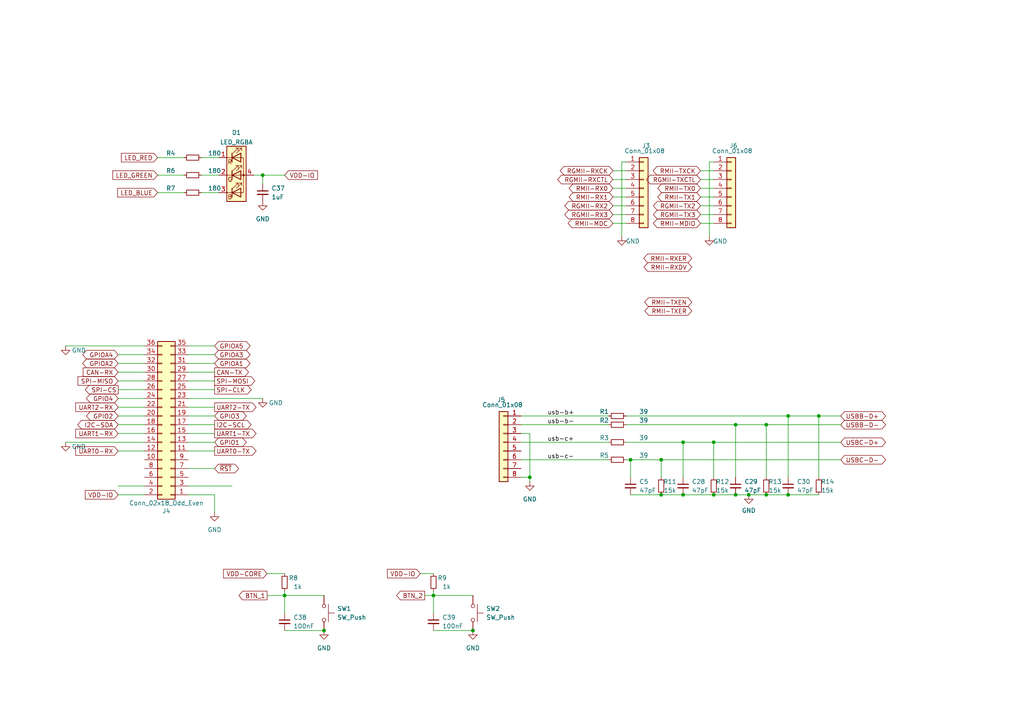
<source format=kicad_sch>
(kicad_sch (version 20211123) (generator eeschema)
  (paper "A4")
  (title_block (title "SAM9G10 SBC") (rev "0.1") (company "vd-rd"))
  (lib_symbols
    (symbol "Connector_Generic:Conn_01x08" (pin_names (offset 1.016) hide)
      (property "Reference" "J" (at 0 10.16 0))
      (property "Value" "Conn_01x08" (at 0 -12.7 0))
      (symbol "Conn_01x08_1_1"
        (rectangle (start -1.27 -10.033) (end 0 -10.287) (stroke (width 0.1524)))
        (rectangle (start -1.27 -7.493) (end 0 -7.747) (stroke (width 0.1524)))
        (rectangle (start -1.27 -4.953) (end 0 -5.207) (stroke (width 0.1524)))
        (rectangle (start -1.27 -2.413) (end 0 -2.667) (stroke (width 0.1524)))
        (rectangle (start -1.27 0.127) (end 0 -0.127) (stroke (width 0.1524)))
        (rectangle (start -1.27 2.667) (end 0 2.413) (stroke (width 0.1524)))
        (rectangle (start -1.27 5.207) (end 0 4.953) (stroke (width 0.1524)))
        (rectangle (start -1.27 7.747) (end 0 7.493) (stroke (width 0.1524)))
        (rectangle (start -1.27 8.89) (end 1.27 -11.43) (stroke (width 0.254)) (fill (type background)))
        (pin passive line (at -5.08 7.62 0) (length 3.81) (name "Pin_1") (number "1"))
        (pin passive line (at -5.08 5.08 0) (length 3.81) (name "Pin_2") (number "2"))
        (pin passive line (at -5.08 2.54 0) (length 3.81) (name "Pin_3") (number "3"))
        (pin passive line (at -5.08 0 0) (length 3.81) (name "Pin_4") (number "4"))
        (pin passive line (at -5.08 -2.54 0) (length 3.81) (name "Pin_5") (number "5"))
        (pin passive line (at -5.08 -5.08 0) (length 3.81) (name "Pin_6") (number "6"))
        (pin passive line (at -5.08 -7.62 0) (length 3.81) (name "Pin_7") (number "7"))
        (pin passive line (at -5.08 -10.16 0) (length 3.81) (name "Pin_8") (number "8"))
      )
    )
    (symbol "Connector_Generic:Conn_02x18_Odd_Even" (pin_names (offset 1.016) hide)
      (property "Reference" "J" (at 1.27 22.86 0))
      (property "Value" "Conn_02x18_Odd_Even" (at 1.27 -25.4 0))
      (symbol "Conn_02x18_Odd_Even_1_1"
        (rectangle (start -1.27 -22.733) (end 0 -22.987) (stroke (width 0.1524)))
        (rectangle (start -1.27 -20.193) (end 0 -20.447) (stroke (width 0.1524)))
        (rectangle (start -1.27 -17.653) (end 0 -17.907) (stroke (width 0.1524)))
        (rectangle (start -1.27 -15.113) (end 0 -15.367) (stroke (width 0.1524)))
        (rectangle (start -1.27 -12.573) (end 0 -12.827) (stroke (width 0.1524)))
        (rectangle (start -1.27 -10.033) (end 0 -10.287) (stroke (width 0.1524)))
        (rectangle (start -1.27 -7.493) (end 0 -7.747) (stroke (width 0.1524)))
        (rectangle (start -1.27 -4.953) (end 0 -5.207) (stroke (width 0.1524)))
        (rectangle (start -1.27 -2.413) (end 0 -2.667) (stroke (width 0.1524)))
        (rectangle (start -1.27 0.127) (end 0 -0.127) (stroke (width 0.1524)))
        (rectangle (start -1.27 2.667) (end 0 2.413) (stroke (width 0.1524)))
        (rectangle (start -1.27 5.207) (end 0 4.953) (stroke (width 0.1524)))
        (rectangle (start -1.27 7.747) (end 0 7.493) (stroke (width 0.1524)))
        (rectangle (start -1.27 10.287) (end 0 10.033) (stroke (width 0.1524)))
        (rectangle (start -1.27 12.827) (end 0 12.573) (stroke (width 0.1524)))
        (rectangle (start -1.27 15.367) (end 0 15.113) (stroke (width 0.1524)))
        (rectangle (start -1.27 17.907) (end 0 17.653) (stroke (width 0.1524)))
        (rectangle (start -1.27 20.447) (end 0 20.193) (stroke (width 0.1524)))
        (rectangle (start -1.27 21.59) (end 3.81 -24.13) (stroke (width 0.254)) (fill (type background)))
        (rectangle (start 3.81 -22.733) (end 2.54 -22.987) (stroke (width 0.1524)))
        (rectangle (start 3.81 -20.193) (end 2.54 -20.447) (stroke (width 0.1524)))
        (rectangle (start 3.81 -17.653) (end 2.54 -17.907) (stroke (width 0.1524)))
        (rectangle (start 3.81 -15.113) (end 2.54 -15.367) (stroke (width 0.1524)))
        (rectangle (start 3.81 -12.573) (end 2.54 -12.827) (stroke (width 0.1524)))
        (rectangle (start 3.81 -10.033) (end 2.54 -10.287) (stroke (width 0.1524)))
        (rectangle (start 3.81 -7.493) (end 2.54 -7.747) (stroke (width 0.1524)))
        (rectangle (start 3.81 -4.953) (end 2.54 -5.207) (stroke (width 0.1524)))
        (rectangle (start 3.81 -2.413) (end 2.54 -2.667) (stroke (width 0.1524)))
        (rectangle (start 3.81 0.127) (end 2.54 -0.127) (stroke (width 0.1524)))
        (rectangle (start 3.81 2.667) (end 2.54 2.413) (stroke (width 0.1524)))
        (rectangle (start 3.81 5.207) (end 2.54 4.953) (stroke (width 0.1524)))
        (rectangle (start 3.81 7.747) (end 2.54 7.493) (stroke (width 0.1524)))
        (rectangle (start 3.81 10.287) (end 2.54 10.033) (stroke (width 0.1524)))
        (rectangle (start 3.81 12.827) (end 2.54 12.573) (stroke (width 0.1524)))
        (rectangle (start 3.81 15.367) (end 2.54 15.113) (stroke (width 0.1524)))
        (rectangle (start 3.81 17.907) (end 2.54 17.653) (stroke (width 0.1524)))
        (rectangle (start 3.81 20.447) (end 2.54 20.193) (stroke (width 0.1524)))
        (pin passive line (at -5.08 20.32 0) (length 3.81) (name "Pin_1") (number "1"))
        (pin passive line (at 7.62 10.16 180) (length 3.81) (name "Pin_10") (number "10"))
        (pin passive line (at -5.08 7.62 0) (length 3.81) (name "Pin_11") (number "11"))
        (pin passive line (at 7.62 7.62 180) (length 3.81) (name "Pin_12") (number "12"))
        (pin passive line (at -5.08 5.08 0) (length 3.81) (name "Pin_13") (number "13"))
        (pin passive line (at 7.62 5.08 180) (length 3.81) (name "Pin_14") (number "14"))
        (pin passive line (at -5.08 2.54 0) (length 3.81) (name "Pin_15") (number "15"))
        (pin passive line (at 7.62 2.54 180) (length 3.81) (name "Pin_16") (number "16"))
        (pin passive line (at -5.08 0 0) (length 3.81) (name "Pin_17") (number "17"))
        (pin passive line (at 7.62 0 180) (length 3.81) (name "Pin_18") (number "18"))
        (pin passive line (at -5.08 -2.54 0) (length 3.81) (name "Pin_19") (number "19"))
        (pin passive line (at 7.62 20.32 180) (length 3.81) (name "Pin_2") (number "2"))
        (pin passive line (at 7.62 -2.54 180) (length 3.81) (name "Pin_20") (number "20"))
        (pin passive line (at -5.08 -5.08 0) (length 3.81) (name "Pin_21") (number "21"))
        (pin passive line (at 7.62 -5.08 180) (length 3.81) (name "Pin_22") (number "22"))
        (pin passive line (at -5.08 -7.62 0) (length 3.81) (name "Pin_23") (number "23"))
        (pin passive line (at 7.62 -7.62 180) (length 3.81) (name "Pin_24") (number "24"))
        (pin passive line (at -5.08 -10.16 0) (length 3.81) (name "Pin_25") (number "25"))
        (pin passive line (at 7.62 -10.16 180) (length 3.81) (name "Pin_26") (number "26"))
        (pin passive line (at -5.08 -12.7 0) (length 3.81) (name "Pin_27") (number "27"))
        (pin passive line (at 7.62 -12.7 180) (length 3.81) (name "Pin_28") (number "28"))
        (pin passive line (at -5.08 -15.24 0) (length 3.81) (name "Pin_29") (number "29"))
        (pin passive line (at -5.08 17.78 0) (length 3.81) (name "Pin_3") (number "3"))
        (pin passive line (at 7.62 -15.24 180) (length 3.81) (name "Pin_30") (number "30"))
        (pin passive line (at -5.08 -17.78 0) (length 3.81) (name "Pin_31") (number "31"))
        (pin passive line (at 7.62 -17.78 180) (length 3.81) (name "Pin_32") (number "32"))
        (pin passive line (at -5.08 -20.32 0) (length 3.81) (name "Pin_33") (number "33"))
        (pin passive line (at 7.62 -20.32 180) (length 3.81) (name "Pin_34") (number "34"))
        (pin passive line (at -5.08 -22.86 0) (length 3.81) (name "Pin_35") (number "35"))
        (pin passive line (at 7.62 -22.86 180) (length 3.81) (name "Pin_36") (number "36"))
        (pin passive line (at 7.62 17.78 180) (length 3.81) (name "Pin_4") (number "4"))
        (pin passive line (at -5.08 15.24 0) (length 3.81) (name "Pin_5") (number "5"))
        (pin passive line (at 7.62 15.24 180) (length 3.81) (name "Pin_6") (number "6"))
        (pin passive line (at -5.08 12.7 0) (length 3.81) (name "Pin_7") (number "7"))
        (pin passive line (at 7.62 12.7 180) (length 3.81) (name "Pin_8") (number "8"))
        (pin passive line (at -5.08 10.16 0) (length 3.81) (name "Pin_9") (number "9"))
      )
    )
    (symbol "Device:C_Small" (pin_numbers hide) (pin_names (offset 0.254) hide)
      (property "Reference" "C" (at 0.254 1.778 0))
      (property "Value" "C_Small" (at 0.254 -2.032 0))
      (symbol "C_Small_0_1"
        (polyline (pts (xy -1.524 -0.508) (xy 1.524 -0.508)) (stroke (width 0.3302)))
        (polyline (pts (xy -1.524 0.508) (xy 1.524 0.508)) (stroke (width 0.3048)))
      )
      (symbol "C_Small_1_1"
        (pin passive line (at 0 2.54 270) (length 2.032) (name "~") (number "1"))
        (pin passive line (at 0 -2.54 90) (length 2.032) (name "~") (number "2"))
      )
    )
    (symbol "Device:LED_RGBA" (pin_names (offset 0) hide)
      (property "Reference" "D" (at 0 9.398 0))
      (property "Value" "LED_RGBA" (at 0 -8.89 0))
      (symbol "LED_RGBA_0_0"
        (text "B" (at -1.905 -6.35 0) (effects (font (size 1.27 1.27))))
        (text "G" (at -1.905 -1.27 0) (effects (font (size 1.27 1.27))))
        (text "R" (at -1.905 3.81 0) (effects (font (size 1.27 1.27))))
      )
      (symbol "LED_RGBA_0_1"
        (polyline (pts (xy -1.27 -5.08) (xy -2.54 -5.08)))
        (polyline (pts (xy -1.27 -5.08) (xy 1.27 -5.08)))
        (polyline (pts (xy -1.27 -3.81) (xy -1.27 -6.35)) (stroke (width 0.254)))
        (polyline (pts (xy -1.27 0) (xy -2.54 0)))
        (polyline (pts (xy -1.27 1.27) (xy -1.27 -1.27)) (stroke (width 0.254)))
        (polyline (pts (xy -1.27 5.08) (xy -2.54 5.08)))
        (polyline (pts (xy -1.27 5.08) (xy 1.27 5.08)))
        (polyline (pts (xy -1.27 6.35) (xy -1.27 3.81)) (stroke (width 0.254)))
        (polyline (pts (xy 1.27 0) (xy -1.27 0)))
        (polyline (pts (xy 1.27 0) (xy 2.54 0)))
        (polyline (pts (xy -1.27 1.27) (xy -1.27 -1.27) (xy -1.27 -1.27)))
        (polyline (pts (xy -1.27 6.35) (xy -1.27 3.81) (xy -1.27 3.81)))
        (polyline (pts (xy 1.27 -5.08) (xy 2.032 -5.08) (xy 2.032 5.08) (xy 1.27 5.08)))
        (polyline (pts (xy 1.27 -3.81) (xy 1.27 -6.35) (xy -1.27 -5.08) (xy 1.27 -3.81)) (stroke (width 0.254)))
        (polyline (pts (xy 1.27 1.27) (xy 1.27 -1.27) (xy -1.27 0) (xy 1.27 1.27)) (stroke (width 0.254)))
        (polyline (pts (xy 1.27 6.35) (xy 1.27 3.81) (xy -1.27 5.08) (xy 1.27 6.35)) (stroke (width 0.254)))
        (polyline (pts (xy -1.016 -3.81) (xy 0.508 -2.286) (xy -0.254 -2.286) (xy 0.508 -2.286) (xy 0.508 -3.048)))
        (polyline (pts (xy -1.016 1.27) (xy 0.508 2.794) (xy -0.254 2.794) (xy 0.508 2.794) (xy 0.508 2.032)))
        (polyline (pts (xy -1.016 6.35) (xy 0.508 7.874) (xy -0.254 7.874) (xy 0.508 7.874) (xy 0.508 7.112)))
        (polyline (pts (xy 0 -3.81) (xy 1.524 -2.286) (xy 0.762 -2.286) (xy 1.524 -2.286) (xy 1.524 -3.048)))
        (polyline (pts (xy 0 1.27) (xy 1.524 2.794) (xy 0.762 2.794) (xy 1.524 2.794) (xy 1.524 2.032)))
        (polyline (pts (xy 0 6.35) (xy 1.524 7.874) (xy 0.762 7.874) (xy 1.524 7.874) (xy 1.524 7.112)))
        (rectangle (start 1.27 -1.27) (end 1.27 1.27))
        (rectangle (start 1.27 1.27) (end 1.27 1.27))
        (rectangle (start 1.27 3.81) (end 1.27 6.35))
        (rectangle (start 1.27 6.35) (end 1.27 6.35))
        (circle (center 2.032 0) (radius 0.254) (fill (type outline)))
        (rectangle (start 2.794 8.382) (end -2.794 -7.62) (stroke (width 0.254)) (fill (type background)))
      )
      (symbol "LED_RGBA_1_1"
        (pin passive line (at -5.08 5.08 0) (length 2.54) (name "RK") (number "1"))
        (pin passive line (at -5.08 0 0) (length 2.54) (name "GK") (number "2"))
        (pin passive line (at -5.08 -5.08 0) (length 2.54) (name "BK") (number "3"))
        (pin passive line (at 5.08 0 180) (length 2.54) (name "A") (number "4"))
      )
    )
    (symbol "Device:R_Small" (pin_numbers hide) (pin_names (offset 0.254) hide)
      (property "Reference" "R" (at 0.762 0.508 0))
      (property "Value" "R_Small" (at 0.762 -1.016 0))
      (symbol "R_Small_0_1"
        (rectangle (start -0.762 1.778) (end 0.762 -1.778) (stroke (width 0.2032)))
      )
      (symbol "R_Small_1_1"
        (pin passive line (at 0 2.54 270) (length 0.762) (name "~") (number "1"))
        (pin passive line (at 0 -2.54 90) (length 0.762) (name "~") (number "2"))
      )
    )
    (symbol "Switch:SW_Push" (pin_numbers hide) (pin_names (offset 1.016) hide)
      (property "Reference" "SW" (at 1.27 2.54 0))
      (property "Value" "SW_Push" (at 0 -1.524 0))
      (symbol "SW_Push_0_1"
        (circle (center -2.032 0) (radius 0.508))
        (polyline (pts (xy 0 1.27) (xy 0 3.048)))
        (polyline (pts (xy 2.54 1.27) (xy -2.54 1.27)))
        (circle (center 2.032 0) (radius 0.508))
        (pin passive line (at -5.08 0 0) (length 2.54) (name "1") (number "1"))
        (pin passive line (at 5.08 0 180) (length 2.54) (name "2") (number "2"))
      )
    )
    (symbol "power:GND" (power) (pin_names (offset 0))
      (property "Value" "GND" (at 0 -3.81 0))
      (symbol "GND_0_1"
        (polyline (pts (xy 0 0) (xy 0 -1.27) (xy 1.27 -1.27) (xy 0 -2.54) (xy -1.27 -1.27) (xy 0 -1.27)))
      )
      (symbol "GND_1_1"
        (pin power_in line (at 0 0 270) (length 0) hide (name "GND") (number "1"))
      )
    )
  )
  (junction (at 207.01 128.27))
  (junction (at 228.6 143.51))
  (junction (at 182.88 133.35))
  (junction (at 213.36 123.19))
  (junction (at 222.25 123.19))
  (junction (at 198.12 128.27))
  (junction (at 125.73 172.72))
  (junction (at 213.36 143.51))
  (junction (at 228.6 120.65))
  (junction (at 222.25 143.51))
  (junction (at 76.2 50.8))
  (junction (at 82.55 172.72))
  (junction (at 137.16 182.88))
  (junction (at 207.01 143.51))
  (junction (at 237.49 120.65))
  (junction (at 217.17 143.51))
  (junction (at 191.77 143.51))
  (junction (at 153.67 138.43))
  (junction (at 198.12 143.51))
  (junction (at 93.98 182.88))
  (junction (at 191.77 133.35))
  (wire (pts (xy 198.12 128.27) (xy 207.01 128.27)))
  (wire (pts (xy 45.72 55.88) (xy 53.34 55.88)))
  (wire (pts (xy 182.88 133.35) (xy 182.88 138.43)))
  (wire (pts (xy 34.29 123.19) (xy 41.91 123.19)))
  (wire (pts (xy 34.29 115.57) (xy 41.91 115.57)))
  (wire (pts (xy 177.8 62.23) (xy 181.61 62.23)))
  (wire (pts (xy 198.12 143.51) (xy 207.01 143.51)))
  (wire (pts (xy 54.61 135.89) (xy 62.23 135.89)))
  (wire (pts (xy 19.05 128.27) (xy 41.91 128.27)))
  (wire (pts (xy 54.61 113.03) (xy 62.23 113.03)))
  (wire (pts (xy 213.36 123.19) (xy 222.25 123.19)))
  (wire (pts (xy 121.92 166.37) (xy 125.73 166.37)))
  (wire (pts (xy 191.77 133.35) (xy 243.84 133.35)))
  (wire (pts (xy 213.36 123.19) (xy 213.36 138.43)))
  (wire (pts (xy 205.74 46.99) (xy 205.74 68.58)))
  (wire (pts (xy 222.25 123.19) (xy 222.25 138.43)))
  (wire (pts (xy 54.61 105.41) (xy 62.23 105.41)))
  (wire (pts (xy 34.29 107.95) (xy 41.91 107.95)))
  (wire (pts (xy 207.01 143.51) (xy 213.36 143.51)))
  (wire (pts (xy 58.42 45.72) (xy 63.5 45.72)))
  (wire (pts (xy 54.61 140.97) (xy 67.31 140.97)))
  (wire (pts (xy 76.2 50.8) (xy 76.2 53.34)))
  (wire (pts (xy 203.2 62.23) (xy 207.01 62.23)))
  (wire (pts (xy 19.05 100.33) (xy 41.91 100.33)))
  (wire (pts (xy 181.61 128.27) (xy 198.12 128.27)))
  (wire (pts (xy 77.47 166.37) (xy 82.55 166.37)))
  (wire (pts (xy 54.61 120.65) (xy 62.23 120.65)))
  (wire (pts (xy 213.36 143.51) (xy 217.17 143.51)))
  (wire (pts (xy 228.6 120.65) (xy 237.49 120.65)))
  (wire (pts (xy 151.13 138.43) (xy 153.67 138.43)))
  (wire (pts (xy 82.55 171.45) (xy 82.55 172.72)))
  (wire (pts (xy 54.61 100.33) (xy 62.23 100.33)))
  (wire (pts (xy 54.61 125.73) (xy 62.23 125.73)))
  (wire (pts (xy 45.72 45.72) (xy 53.34 45.72)))
  (wire (pts (xy 180.34 46.99) (xy 180.34 68.58)))
  (wire (pts (xy 151.13 120.65) (xy 176.53 120.65)))
  (wire (pts (xy 34.29 102.87) (xy 41.91 102.87)))
  (wire (pts (xy 76.2 50.8) (xy 82.55 50.8)))
  (wire (pts (xy 73.66 50.8) (xy 76.2 50.8)))
  (wire (pts (xy 77.47 172.72) (xy 82.55 172.72)))
  (wire (pts (xy 82.55 172.72) (xy 93.98 172.72)))
  (wire (pts (xy 222.25 123.19) (xy 243.84 123.19)))
  (wire (pts (xy 177.8 54.61) (xy 181.61 54.61)))
  (wire (pts (xy 222.25 143.51) (xy 228.6 143.51)))
  (wire (pts (xy 203.2 64.77) (xy 207.01 64.77)))
  (wire (pts (xy 182.88 143.51) (xy 191.77 143.51)))
  (wire (pts (xy 177.8 59.69) (xy 181.61 59.69)))
  (wire (pts (xy 177.8 64.77) (xy 181.61 64.77)))
  (wire (pts (xy 34.29 110.49) (xy 41.91 110.49)))
  (wire (pts (xy 34.29 140.97) (xy 41.91 140.97)))
  (wire (pts (xy 125.73 171.45) (xy 125.73 172.72)))
  (wire (pts (xy 34.29 113.03) (xy 41.91 113.03)))
  (wire (pts (xy 207.01 128.27) (xy 207.01 138.43)))
  (wire (pts (xy 151.13 125.73) (xy 153.67 125.73)))
  (wire (pts (xy 228.6 120.65) (xy 228.6 138.43)))
  (wire (pts (xy 123.19 172.72) (xy 125.73 172.72)))
  (wire (pts (xy 125.73 172.72) (xy 137.16 172.72)))
  (wire (pts (xy 45.72 50.8) (xy 53.34 50.8)))
  (wire (pts (xy 177.8 52.07) (xy 181.61 52.07)))
  (wire (pts (xy 151.13 133.35) (xy 176.53 133.35)))
  (wire (pts (xy 181.61 123.19) (xy 213.36 123.19)))
  (wire (pts (xy 207.01 46.99) (xy 205.74 46.99)))
  (wire (pts (xy 82.55 172.72) (xy 82.55 177.8)))
  (wire (pts (xy 82.55 182.88) (xy 93.98 182.88)))
  (wire (pts (xy 34.29 125.73) (xy 41.91 125.73)))
  (wire (pts (xy 34.29 120.65) (xy 41.91 120.65)))
  (wire (pts (xy 198.12 128.27) (xy 198.12 138.43)))
  (wire (pts (xy 54.61 143.51) (xy 62.23 143.51)))
  (wire (pts (xy 62.23 143.51) (xy 62.23 148.59)))
  (wire (pts (xy 54.61 115.57) (xy 76.2 115.57)))
  (wire (pts (xy 54.61 118.11) (xy 62.23 118.11)))
  (wire (pts (xy 58.42 55.88) (xy 63.5 55.88)))
  (wire (pts (xy 181.61 120.65) (xy 228.6 120.65)))
  (wire (pts (xy 203.2 52.07) (xy 207.01 52.07)))
  (wire (pts (xy 34.29 118.11) (xy 41.91 118.11)))
  (wire (pts (xy 237.49 120.65) (xy 237.49 138.43)))
  (wire (pts (xy 151.13 123.19) (xy 176.53 123.19)))
  (wire (pts (xy 34.29 143.51) (xy 41.91 143.51)))
  (wire (pts (xy 125.73 172.72) (xy 125.73 177.8)))
  (wire (pts (xy 177.8 57.15) (xy 181.61 57.15)))
  (wire (pts (xy 217.17 143.51) (xy 222.25 143.51)))
  (wire (pts (xy 54.61 128.27) (xy 62.23 128.27)))
  (wire (pts (xy 191.77 143.51) (xy 198.12 143.51)))
  (wire (pts (xy 207.01 128.27) (xy 243.84 128.27)))
  (wire (pts (xy 177.8 49.53) (xy 181.61 49.53)))
  (wire (pts (xy 34.29 105.41) (xy 41.91 105.41)))
  (wire (pts (xy 203.2 49.53) (xy 207.01 49.53)))
  (wire (pts (xy 153.67 125.73) (xy 153.67 138.43)))
  (wire (pts (xy 153.67 138.43) (xy 153.67 139.7)))
  (wire (pts (xy 54.61 130.81) (xy 62.23 130.81)))
  (wire (pts (xy 203.2 54.61) (xy 207.01 54.61)))
  (wire (pts (xy 58.42 50.8) (xy 63.5 50.8)))
  (wire (pts (xy 54.61 123.19) (xy 62.23 123.19)))
  (wire (pts (xy 182.88 133.35) (xy 191.77 133.35)))
  (wire (pts (xy 228.6 143.51) (xy 237.49 143.51)))
  (wire (pts (xy 34.29 130.81) (xy 41.91 130.81)))
  (wire (pts (xy 181.61 46.99) (xy 180.34 46.99)))
  (wire (pts (xy 125.73 182.88) (xy 137.16 182.88)))
  (wire (pts (xy 191.77 133.35) (xy 191.77 138.43)))
  (wire (pts (xy 203.2 57.15) (xy 207.01 57.15)))
  (wire (pts (xy 54.61 110.49) (xy 62.23 110.49)))
  (wire (pts (xy 181.61 133.35) (xy 182.88 133.35)))
  (wire (pts (xy 54.61 107.95) (xy 62.23 107.95)))
  (wire (pts (xy 237.49 120.65) (xy 243.84 120.65)))
  (wire (pts (xy 54.61 102.87) (xy 62.23 102.87)))
  (wire (pts (xy 203.2 59.69) (xy 207.01 59.69)))
  (wire (pts (xy 151.13 128.27) (xy 176.53 128.27)))
  (label "usb-b+" (at 158.75 120.65 0))
  (label "usb-c+" (at 158.75 128.27 0))
  (label "usb-c-" (at 158.75 133.35 0))
  (label "usb-b-" (at 158.75 123.19 0))
  (global_label "RGMII-RX3" (shape bidirectional) (at 177.8 62.23 180) (property "Intersheet References" "${INTERSHEET_REFS}" (effects hide)))
  (global_label "GPIOA1" (shape bidirectional) (at 62.23 105.41 0) (property "Intersheet References" "${INTERSHEET_REFS}" (effects hide)))
  (global_label "RGMII-RXCTL" (shape bidirectional) (at 177.8 52.07 180) (property "Intersheet References" "${INTERSHEET_REFS}" (effects hide)))
  (global_label "RMII-TXER" (shape bidirectional) (at 200.66 90.17 180) (property "Intersheet References" "${INTERSHEET_REFS}" (effects hide)))
  (global_label "RMII-TX0" (shape bidirectional) (at 203.2 54.61 180) (property "Intersheet References" "${INTERSHEET_REFS}" (effects hide)))
  (global_label "VDD-CORE" (shape input) (at 77.47 166.37 180) (property "Intersheet References" "${INTERSHEET_REFS}" (effects hide)))
  (global_label "CAN-RX" (shape input) (at 34.29 107.95 180) (property "Intersheet References" "${INTERSHEET_REFS}" (effects hide)))
  (global_label "USBC-D+" (shape bidirectional) (at 243.84 128.27 0) (property "Intersheet References" "${INTERSHEET_REFS}" (effects hide)))
  (global_label "UART2-TX" (shape output) (at 62.23 118.11 0) (property "Intersheet References" "${INTERSHEET_REFS}" (effects hide)))
  (global_label "GPIO1" (shape bidirectional) (at 62.23 128.27 0) (property "Intersheet References" "${INTERSHEET_REFS}" (effects hide)))
  (global_label "GPIO4" (shape bidirectional) (at 34.29 115.57 180) (property "Intersheet References" "${INTERSHEET_REFS}" (effects hide)))
  (global_label "RGMII-TX2" (shape bidirectional) (at 203.2 59.69 180) (property "Intersheet References" "${INTERSHEET_REFS}" (effects hide)))
  (global_label "GPIOA3" (shape bidirectional) (at 62.23 102.87 0) (property "Intersheet References" "${INTERSHEET_REFS}" (effects hide)))
  (global_label "UART0-RX" (shape input) (at 34.29 130.81 180) (property "Intersheet References" "${INTERSHEET_REFS}" (effects hide)))
  (global_label "RGMII-RXCK" (shape bidirectional) (at 177.8 49.53 180) (property "Intersheet References" "${INTERSHEET_REFS}" (effects hide)))
  (global_label "RMII-TX1" (shape bidirectional) (at 203.2 57.15 180) (property "Intersheet References" "${INTERSHEET_REFS}" (effects hide)))
  (global_label "BTN_2" (shape output) (at 123.19 172.72 180) (property "Intersheet References" "${INTERSHEET_REFS}" (effects hide)))
  (global_label "VDD-IO" (shape input) (at 34.29 143.51 180) (property "Intersheet References" "${INTERSHEET_REFS}" (effects hide)))
  (global_label "RGMII-TX3" (shape bidirectional) (at 203.2 62.23 180) (property "Intersheet References" "${INTERSHEET_REFS}" (effects hide)))
  (global_label "RGMII-RX2" (shape bidirectional) (at 177.8 59.69 180) (property "Intersheet References" "${INTERSHEET_REFS}" (effects hide)))
  (global_label "CAN-TX" (shape output) (at 62.23 107.95 0) (property "Intersheet References" "${INTERSHEET_REFS}" (effects hide)))
  (global_label "SPI-CS" (shape output) (at 34.29 113.03 180) (property "Intersheet References" "${INTERSHEET_REFS}" (effects hide)))
  (global_label "RMII-RXDV" (shape bidirectional) (at 200.66 77.47 180) (property "Intersheet References" "${INTERSHEET_REFS}" (effects hide)))
  (global_label "LED_GREEN" (shape input) (at 45.72 50.8 180) (property "Intersheet References" "${INTERSHEET_REFS}" (effects hide)))
  (global_label "VDD-IO" (shape input) (at 121.92 166.37 180) (property "Intersheet References" "${INTERSHEET_REFS}" (effects hide)))
  (global_label "RGMII-TXCTL" (shape bidirectional) (at 203.2 52.07 180) (property "Intersheet References" "${INTERSHEET_REFS}" (effects hide)))
  (global_label "RMII-MDIO" (shape bidirectional) (at 203.2 64.77 180) (property "Intersheet References" "${INTERSHEET_REFS}" (effects hide)))
  (global_label "LED_RED" (shape input) (at 45.72 45.72 180) (property "Intersheet References" "${INTERSHEET_REFS}" (effects hide)))
  (global_label "RMII-TXCK" (shape bidirectional) (at 203.2 49.53 180) (property "Intersheet References" "${INTERSHEET_REFS}" (effects hide)))
  (global_label "SPI-CLK" (shape output) (at 62.23 113.03 0) (property "Intersheet References" "${INTERSHEET_REFS}" (effects hide)))
  (global_label "~{RST}" (shape bidirectional) (at 62.23 135.89 0) (property "Intersheet References" "${INTERSHEET_REFS}" (effects hide)))
  (global_label "BTN_1" (shape output) (at 77.47 172.72 180) (property "Intersheet References" "${INTERSHEET_REFS}" (effects hide)))
  (global_label "UART2-RX" (shape input) (at 34.29 118.11 180) (property "Intersheet References" "${INTERSHEET_REFS}" (effects hide)))
  (global_label "I2C-SCL" (shape output) (at 62.23 123.19 0) (property "Intersheet References" "${INTERSHEET_REFS}" (effects hide)))
  (global_label "GPIOA2" (shape bidirectional) (at 34.29 105.41 180) (property "Intersheet References" "${INTERSHEET_REFS}" (effects hide)))
  (global_label "GPIOA5" (shape bidirectional) (at 62.23 100.33 0) (property "Intersheet References" "${INTERSHEET_REFS}" (effects hide)))
  (global_label "USBC-D-" (shape bidirectional) (at 243.84 133.35 0) (property "Intersheet References" "${INTERSHEET_REFS}" (effects hide)))
  (global_label "VDD-IO" (shape input) (at 82.55 50.8 0) (property "Intersheet References" "${INTERSHEET_REFS}" (effects hide)))
  (global_label "UART1-RX" (shape input) (at 34.29 125.73 180) (property "Intersheet References" "${INTERSHEET_REFS}" (effects hide)))
  (global_label "GPIO3" (shape bidirectional) (at 62.23 120.65 0) (property "Intersheet References" "${INTERSHEET_REFS}" (effects hide)))
  (global_label "RMII-RX0" (shape bidirectional) (at 177.8 54.61 180) (property "Intersheet References" "${INTERSHEET_REFS}" (effects hide)))
  (global_label "SPI-MOSI" (shape output) (at 62.23 110.49 0) (property "Intersheet References" "${INTERSHEET_REFS}" (effects hide)))
  (global_label "RMII-RXER" (shape bidirectional) (at 200.66 74.93 180) (property "Intersheet References" "${INTERSHEET_REFS}" (effects hide)))
  (global_label "LED_BLUE" (shape input) (at 45.72 55.88 180) (property "Intersheet References" "${INTERSHEET_REFS}" (effects hide)))
  (global_label "SPI-MISO" (shape input) (at 34.29 110.49 180) (property "Intersheet References" "${INTERSHEET_REFS}" (effects hide)))
  (global_label "RMII-MDC" (shape bidirectional) (at 177.8 64.77 180) (property "Intersheet References" "${INTERSHEET_REFS}" (effects hide)))
  (global_label "UART0-TX" (shape output) (at 62.23 130.81 0) (property "Intersheet References" "${INTERSHEET_REFS}" (effects hide)))
  (global_label "RMII-TXEN" (shape bidirectional) (at 200.66 87.63 180) (property "Intersheet References" "${INTERSHEET_REFS}" (effects hide)))
  (global_label "USBB-D+" (shape bidirectional) (at 243.84 120.65 0) (property "Intersheet References" "${INTERSHEET_REFS}" (effects hide)))
  (global_label "USBB-D-" (shape bidirectional) (at 243.84 123.19 0) (property "Intersheet References" "${INTERSHEET_REFS}" (effects hide)))
  (global_label "UART1-TX" (shape output) (at 62.23 125.73 0) (property "Intersheet References" "${INTERSHEET_REFS}" (effects hide)))
  (global_label "GPIOA4" (shape bidirectional) (at 34.29 102.87 180) (property "Intersheet References" "${INTERSHEET_REFS}" (effects hide)))
  (global_label "I2C-SDA" (shape bidirectional) (at 34.29 123.19 180) (property "Intersheet References" "${INTERSHEET_REFS}" (effects hide)))
  (global_label "RMII-RX1" (shape bidirectional) (at 177.8 57.15 180) (property "Intersheet References" "${INTERSHEET_REFS}" (effects hide)))
  (global_label "GPIO2" (shape bidirectional) (at 34.29 120.65 180) (property "Intersheet References" "${INTERSHEET_REFS}" (effects hide)))
  (symbol (lib_id "Device:R_Small") (at 125.73 168.91 180) (unit 1)
    (property "Reference" "R9" (at 128.27 167.64 0))
    (property "Value" "1k" (at 129.54 170.18 0))
    (property "Footprint" "Resistor_SMD:R_0402_1005Metric" (effects hide))
  )
  (symbol (lib_id "power:GND") (at 19.05 128.27 0) (unit 1)
    (property "Reference" "#PWR0121" (effects hide))
    (property "Value" "GND" (at 22.86 129.54 0))
  )
  (symbol (lib_id "Device:C_Small") (at 228.6 140.97 0) (unit 1)
    (property "Reference" "C30" (at 231.14 139.7062 0) (effects (justify left)))
    (property "Value" "47pF" (at 231.14 142.2462 0) (effects (justify left)))
    (property "Footprint" "Capacitor_SMD:C_0402_1005Metric" (effects hide))
  )
  (symbol (lib_id "power:GND") (at 19.05 100.33 0) (unit 1)
    (property "Reference" "#PWR0122" (effects hide))
    (property "Value" "GND" (at 22.86 101.6 0))
  )
  (symbol (lib_id "Device:LED_RGBA") (at 68.58 50.8 0) (unit 1)
    (property "Reference" "D1" (at 68.58 38.4514 0))
    (property "Value" "LED_RGBA" (at 68.58 41.2265 0))
    (property "Footprint" "led:rgb-1204" (effects hide))
  )
  (symbol (lib_id "Device:C_Small") (at 198.12 140.97 0) (unit 1)
    (property "Reference" "C28" (at 200.66 139.7062 0) (effects (justify left)))
    (property "Value" "47pF" (at 200.66 142.2462 0) (effects (justify left)))
    (property "Footprint" "Capacitor_SMD:C_0402_1005Metric" (effects hide))
  )
  (symbol (lib_id "power:GND") (at 180.34 68.58 0) (unit 1)
    (property "Reference" "#PWR0104" (effects hide))
    (property "Value" "GND" (at 183.515 69.9676 0))
  )
  (symbol (lib_id "Device:R_Small") (at 179.07 123.19 90) (unit 1)
    (property "Reference" "R2" (at 175.26 121.92 90))
    (property "Value" "39" (at 186.69 121.92 90))
    (property "Footprint" "Resistor_SMD:R_0402_1005Metric" (effects hide))
  )
  (symbol (lib_id "Device:R_Small") (at 55.88 55.88 90) (unit 1)
    (property "Reference" "R7" (at 49.53 54.61 90))
    (property "Value" "180" (at 62.23 54.61 90))
    (property "Footprint" "Resistor_SMD:R_0402_1005Metric" (effects hide))
  )
  (symbol (lib_id "power:GND") (at 137.16 182.88 0) (unit 1)
    (property "Reference" "#PWR0129" (effects hide))
    (property "Value" "GND" (at 137.16 187.96 0))
  )
  (symbol (lib_id "Device:R_Small") (at 237.49 140.97 0) (unit 1)
    (property "Reference" "R14" (at 240.03 139.7 0))
    (property "Value" "15k" (at 240.03 142.24 0))
    (property "Footprint" "Resistor_SMD:R_0402_1005Metric" (effects hide))
  )
  (symbol (lib_id "power:GND") (at 62.23 148.59 0) (unit 1)
    (property "Reference" "#PWR0124" (effects hide))
    (property "Value" "GND" (at 62.23 153.67 0))
  )
  (symbol (lib_id "Device:C_Small") (at 182.88 140.97 0) (unit 1)
    (property "Reference" "C5" (at 185.42 139.7062 0) (effects (justify left)))
    (property "Value" "47pF" (at 185.42 142.2462 0) (effects (justify left)))
    (property "Footprint" "Capacitor_SMD:C_0402_1005Metric" (effects hide))
  )
  (symbol (lib_id "Device:R_Small") (at 179.07 128.27 90) (unit 1)
    (property "Reference" "R3" (at 175.26 127 90))
    (property "Value" "39" (at 186.69 127 90))
    (property "Footprint" "Resistor_SMD:R_0402_1005Metric" (effects hide))
  )
  (symbol (lib_id "Device:R_Small") (at 222.25 140.97 0) (unit 1)
    (property "Reference" "R13" (at 224.79 139.7 0))
    (property "Value" "15k" (at 224.79 142.24 0))
    (property "Footprint" "Resistor_SMD:R_0402_1005Metric" (effects hide))
  )
  (symbol (lib_id "Device:R_Small") (at 55.88 45.72 90) (unit 1)
    (property "Reference" "R4" (at 49.53 44.45 90))
    (property "Value" "180" (at 62.23 44.45 90))
    (property "Footprint" "Resistor_SMD:R_0402_1005Metric" (effects hide))
  )
  (symbol (lib_id "Device:R_Small") (at 179.07 133.35 90) (unit 1)
    (property "Reference" "R5" (at 175.26 132.08 90))
    (property "Value" "39" (at 186.69 132.08 90))
    (property "Footprint" "Resistor_SMD:R_0402_1005Metric" (effects hide))
  )
  (symbol (lib_id "Device:C_Small") (at 82.55 180.34 0) (unit 1)
    (property "Reference" "C38" (at 85.09 179.0762 0) (effects (justify left)))
    (property "Value" "100nF" (at 85.09 181.6162 0) (effects (justify left)))
    (property "Footprint" "Capacitor_SMD:C_0402_1005Metric" (effects hide))
  )
  (symbol (lib_id "power:GND") (at 76.2 115.57 0) (unit 1)
    (property "Reference" "#PWR0123" (effects hide))
    (property "Value" "GND" (at 80.01 116.84 0))
  )
  (symbol (lib_id "power:GND") (at 153.67 139.7 0) (unit 1)
    (property "Reference" "#PWR0110" (effects hide))
    (property "Value" "GND" (at 153.67 144.78 0))
  )
  (symbol (lib_id "Connector_Generic:Conn_01x08") (at 186.69 54.61 0) (unit 1)
    (property "Reference" "J3" (at 186.1821 42.2715 0) (effects (justify left)))
    (property "Value" "Conn_01x08" (at 181.1021 43.7766 0) (effects (justify left)))
    (property "Footprint" "Connector_PinHeader_1.27mm:PinHeader_2x04_P1.27mm_Vertical" (effects hide))
  )
  (symbol (lib_id "Device:R_Small") (at 179.07 120.65 90) (unit 1)
    (property "Reference" "R1" (at 175.26 119.38 90))
    (property "Value" "39" (at 186.69 119.38 90))
    (property "Footprint" "Resistor_SMD:R_0402_1005Metric" (effects hide))
  )
  (symbol (lib_id "Device:R_Small") (at 55.88 50.8 90) (unit 1)
    (property "Reference" "R6" (at 49.53 49.53 90))
    (property "Value" "180" (at 62.23 49.53 90))
    (property "Footprint" "Resistor_SMD:R_0402_1005Metric" (effects hide))
  )
  (symbol (lib_id "Device:R_Small") (at 191.77 140.97 0) (unit 1)
    (property "Reference" "R11" (at 194.31 139.7 0))
    (property "Value" "15k" (at 194.31 142.24 0))
    (property "Footprint" "Resistor_SMD:R_0402_1005Metric" (effects hide))
  )
  (symbol (lib_id "Device:R_Small") (at 207.01 140.97 0) (unit 1)
    (property "Reference" "R12" (at 209.55 139.7 0))
    (property "Value" "15k" (at 209.55 142.24 0))
    (property "Footprint" "Resistor_SMD:R_0402_1005Metric" (effects hide))
  )
  (symbol (lib_id "Switch:SW_Push") (at 137.16 177.8 270) (unit 1)
    (property "Reference" "SW2" (at 140.97 176.5299 90) (effects (justify left)))
    (property "Value" "SW_Push" (at 140.97 179.0699 90) (effects (justify left)))
    (property "Footprint" "Button_Switch_SMD:SW_SPST_EVQP7C" (effects hide))
  )
  (symbol (lib_id "power:GND") (at 93.98 182.88 0) (unit 1)
    (property "Reference" "#PWR0128" (effects hide))
    (property "Value" "GND" (at 93.98 187.96 0))
  )
  (symbol (lib_id "Connector_Generic:Conn_01x08") (at 146.05 128.27 0) (mirror y) (unit 1)
    (property "Reference" "J5" (at 146.5579 115.9315 0) (effects (justify left)))
    (property "Value" "Conn_01x08" (at 151.6379 117.4366 0) (effects (justify left)))
    (property "Footprint" "Connector_PinHeader_1.27mm:PinHeader_2x04_P1.27mm_Vertical" (effects hide))
  )
  (symbol (lib_id "Device:C_Small") (at 76.2 55.88 0) (unit 1)
    (property "Reference" "C37" (at 78.74 54.6162 0) (effects (justify left)))
    (property "Value" "1uF" (at 78.74 57.1562 0) (effects (justify left)))
    (property "Footprint" "Capacitor_SMD:C_0402_1005Metric" (effects hide))
  )
  (symbol (lib_id "Device:C_Small") (at 125.73 180.34 0) (unit 1)
    (property "Reference" "C39" (at 128.27 179.0762 0) (effects (justify left)))
    (property "Value" "100nF" (at 128.27 181.6162 0) (effects (justify left)))
    (property "Footprint" "Capacitor_SMD:C_0402_1005Metric" (effects hide))
  )
  (symbol (lib_id "power:GND") (at 217.17 143.51 0) (unit 1)
    (property "Reference" "#PWR0117" (effects hide))
    (property "Value" "GND" (at 217.17 148.0726 0))
  )
  (symbol (lib_id "Device:C_Small") (at 213.36 140.97 0) (unit 1)
    (property "Reference" "C29" (at 215.9 139.7062 0) (effects (justify left)))
    (property "Value" "47pF" (at 215.9 142.2462 0) (effects (justify left)))
    (property "Footprint" "Capacitor_SMD:C_0402_1005Metric" (effects hide))
  )
  (symbol (lib_id "power:GND") (at 76.2 58.42 0) (unit 1)
    (property "Reference" "#PWR0127" (effects hide))
    (property "Value" "GND" (at 76.2 63.5 0))
  )
  (symbol (lib_id "Device:R_Small") (at 82.55 168.91 180) (unit 1)
    (property "Reference" "R8" (at 85.09 167.64 0))
    (property "Value" "1k" (at 86.36 170.18 0))
    (property "Footprint" "Resistor_SMD:R_0402_1005Metric" (effects hide))
  )
  (symbol (lib_id "Connector_Generic:Conn_02x18_Odd_Even") (at 49.53 123.19 180) (unit 1)
    (property "Reference" "J4" (at 48.26 148.2132 0))
    (property "Value" "Conn_02x18_Odd_Even" (at 48.26 145.9145 0))
    (property "Footprint" "Connector_PinHeader_2.54mm:PinHeader_2x18_P2.54mm_Vertical" (effects hide))
  )
  (symbol (lib_id "Switch:SW_Push") (at 93.98 177.8 270) (unit 1)
    (property "Reference" "SW1" (at 97.79 176.5299 90) (effects (justify left)))
    (property "Value" "SW_Push" (at 97.79 179.0699 90) (effects (justify left)))
    (property "Footprint" "Button_Switch_SMD:SW_SPST_EVQP7C" (effects hide))
  )
  (symbol (lib_id "power:GND") (at 205.74 68.58 0) (unit 1)
    (property "Reference" "#PWR0106" (effects hide))
    (property "Value" "GND" (at 208.915 69.9676 0))
  )
  (symbol (lib_id "Connector_Generic:Conn_01x08") (at 212.09 54.61 0) (unit 1)
    (property "Reference" "J6" (at 211.5821 42.2715 0) (effects (justify left)))
    (property "Value" "Conn_01x08" (at 206.5021 43.7766 0) (effects (justify left)))
    (property "Footprint" "Connector_PinHeader_1.27mm:PinHeader_2x04_P1.27mm_Vertical" (effects hide))
  )
)
</source>
